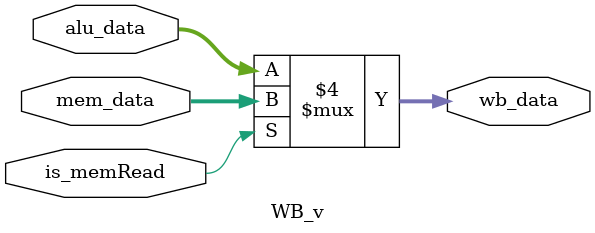
<source format=v>
`timescale 1ns / 1ps

module WB_v(
        input             is_memRead, 
        input  [31:0]     mem_data, 
        input  [31:0]     alu_data, 
        output reg [31:0] wb_data 
    );
    
    always @(*) begin
        if (is_memRead == 1'b1) 
            wb_data = mem_data;
        else
            wb_data = alu_data;   
    end
endmodule

</source>
